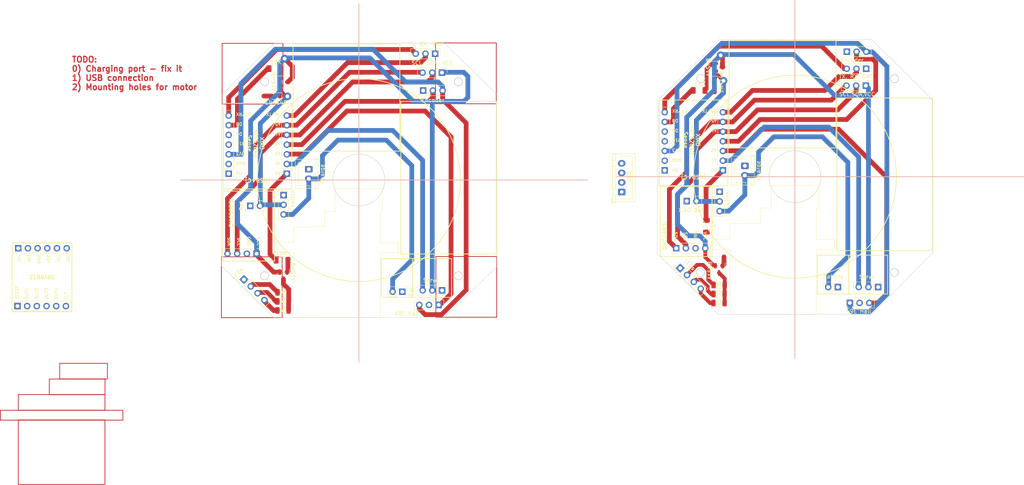
<source format=kicad_pcb>
(kicad_pcb (version 20221018) (generator pcbnew)
  (layers (0 "F.Cu" signal) (31 "B.Cu" signal) (34 "B.Paste" user) (35 "F.Paste" user) (36 "B.SilkS" user "B.Silkscreen") (37 "F.SilkS" user "F.Silkscreen") (38 "B.Mask" user) (39 "F.Mask" user) (44 "Edge.Cuts" user))
  (net 0 "")
  (net 1 "GND")
  (footprint "Package_TO_SOT_SMD:SOT-23" (layer "F.Cu") (at 93.697598 101.858019 -90)
    (fp_text reference "A1SHB")
    (fp_text value "SOT-23")
  )
  (footprint "Connector_PinHeader_2.54mm:PinHeader_1x02_P2.54mm_Vertical" (layer "F.Cu") (at 239.009232 104.866691 -90)
    (fp_text reference "Battery")
    (fp_text value "PinHeader_1x02_P2.54mm_Vertical")
  )
  (footprint "Package_TO_SOT_SMD:SOT-23" (layer "F.Cu") (at 207.858637 100.212426 -90)
    (fp_text reference "A1SHB")
    (fp_text value "SOT-23")
  )
  (footprint "Connector_PinHeader_2.54mm:PinHeader_1x03_P2.54mm_Vertical" (layer "F.Cu") (at 135.244445 48.670942 -90)
    (fp_text reference "REF**" hide)
    (fp_text value "SCL, SDA, VCC")
  )
  (footprint "Connector_PinHeader_2.54mm:PinHeader_1x04_P2.54mm_Vertical" (layer "F.Cu") (at 83.332258 102.893931 45)
    (fp_text reference "LEDs")
    (fp_text value "PinHeader_1x04_P2.54mm_Vertical")
  )
  (footprint "Resistor_SMD:R_1206_3216Metric_Pad1.30x1.75mm_HandSolder" (layer "F.Cu") (at 93.316174 97.835511 180)
    (fp_text reference "10K")
    (fp_text value "R1002")
  )
  (footprint "Connector_PinHeader_2.54mm:PinHeader_1x02_P2.54mm_Vertical" (layer "F.Cu") (at 199.398361 82.340169 90)
    (fp_text reference "XIAO Bat")
    (fp_text value "PinHeader_1x02_P2.54mm_Vertical")
  )
  (footprint "Connector_PinHeader_2.54mm:PinHeader_1x03_P2.54mm_Vertical" (layer "F.Cu") (at 242.158388 109.023398 90)
    (fp_text reference "49E Hall")
    (fp_text value "PinHeader_1x03_P2.54mm_Vertical")
  )
  (footprint "Connector_PinHeader_2.54mm:PinHeader_1x03_P2.54mm_Vertical" (layer "F.Cu") (at 241.363273 43.18 90)
    (fp_text reference "REF**" hide)
    (fp_text value "Encoder")
  )
  (footprint "Resistor_SMD:R_1206_3216Metric_Pad1.30x1.75mm_HandSolder" (layer "F.Cu") (at 91.44733 47.619203)
    (fp_text reference "10K")
    (fp_text value "R1002")
  )
  (footprint "Connector_PinHeader_2.54mm:PinHeader_1x07_P2.54mm_Vertical" (layer "F.Cu") (at 193.627863 74.283855 180)
    (fp_text reference "REF**" hide)
    (fp_text value "PinHeader_1x07_P2.54mm_Vertical" hide)
  )
  (footprint "Resistor_SMD:R_1206_3216Metric" (layer "F.Cu") (at 93.577144 108.616801)
    (fp_text reference "56")
    (fp_text value "R_1206_3216Metric")
  )
  (footprint "Connector_PinHeader_2.54mm:PinHeader_1x06_P2.54mm_Vertical" (layer "F.Cu") (at 23.989847 109.849631 90)
    (fp_text reference "REF**" hide)
    (fp_text value "PinHeader_1x06_P2.54mm_Vertical")
  )
  (footprint "Connector_PinHeader_2.54mm:PinHeader_1x03_P2.54mm_Vertical" (layer "F.Cu") (at 135.274843 105.733759 -90)
    (fp_text reference "Servo")
    (fp_text value "PinHeader_1x03_P2.54mm_Vertical")
  )
  (footprint "Resistor_SMD:R_1206_3216Metric_Pad1.30x1.75mm_HandSolder" (layer "F.Cu") (at 204.554652 88.920732 90)
    (fp_text reference "10K")
    (fp_text value "R1002")
  )
  (footprint "Connector_PinHeader_2.54mm:PinHeader_1x04_P2.54mm_Vertical" (layer "F.Cu") (at 196.628947 94.691481 90)
    (fp_text reference "QMC5883L")
    (fp_text value "PinHeader_1x04_P2.54mm_Vertical")
  )
  (footprint "Connector_PinHeader_2.54mm:PinHeader_1x06_P2.54mm_Vertical" (layer "F.Cu") (at 24.184489 94.689631 90)
    (fp_text reference "REF**" hide)
    (fp_text value "PinHeader_1x06_P2.54mm_Vertical")
  )
  (footprint "Connector_JST:JST_XH_B4B-XH-A_1x04_P2.50mm_Vertical" (layer "F.Cu") (at 182.355 79.95 90)
    (fp_text reference "USB")
    (fp_text value "JST_XH_B4B-XH-A_1x04_P2.50mm_Vertical")
  )
  (footprint "Connector_PinHeader_2.54mm:PinHeader_1x03_P2.54mm_Vertical" (layer "F.Cu") (at 208.015145 79.891422)
    (fp_text reference "switch")
    (fp_text value "PinHeader_1x03_P2.54mm_Vertical")
  )
  (footprint "Package_TO_SOT_SMD:SOT-23" (layer "F.Cu") (at 93.911702 51.12)
    (fp_text reference "A1SHB")
    (fp_text value "SOT-23")
  )
  (footprint "Connector_PinHeader_2.54mm:PinHeader_1x03_P2.54mm_Vertical" (layer "F.Cu") (at 246.417689 47.641843 -90)
    (fp_text reference "REF**" hide)
    (fp_text value "TX, RX, GND")
  )
  (footprint "Package_TO_SOT_SMD:SOT-23" (layer "F.Cu") (at 207.81605 47.253871)
    (fp_text reference "A1SHB")
    (fp_text value "SOT-23")
  )
  (footprint "Connector_PinHeader_2.54mm:PinHeader_1x03_P2.54mm_Vertical" (layer "F.Cu") (at 249.559295 104.858803 -90)
    (fp_text reference "Servo")
    (fp_text value "PinHeader_1x03_P2.54mm_Vertical")
  )
  (footprint "Connector_JST:JST_XH_B2B-XH-A_1x02_P2.50mm_Vertical" (layer "F.Cu") (at 214.621846 73.105044 -90)
    (fp_text reference "Charge")
    (fp_text value "Charger")
  )
  (footprint "Resistor_SMD:R_1206_3216Metric" (layer "F.Cu") (at 93.577144 110.987385)
    (fp_text reference "56")
    (fp_text value "R_1206_3216Metric")
  )
  (footprint "Connector_PinHeader_2.54mm:PinHeader_1x03_P2.54mm_Vertical" (layer "F.Cu") (at 133.454443 43.713814 -90)
    (fp_text reference "REF**" hide)
    (fp_text value "TX, RX, GND")
  )
  (footprint "Connector_PinHeader_2.54mm:PinHeader_1x03_P2.54mm_Vertical" (layer "F.Cu") (at 130.3201 53.364445 90)
    (fp_text reference "REF**" hide)
    (fp_text value "Encoder")
  )
  (footprint "Connector_PinHeader_2.54mm:PinHeader_1x07_P2.54mm_Vertical" (layer "F.Cu") (at 208.867863 74.283855 180)
    (fp_text reference "REF**" hide)
    (fp_text value "PinHeader_1x07_P2.54mm_Vertical" hide)
  )
  (footprint "Connector_PinHeader_2.54mm:PinHeader_1x07_P2.54mm_Vertical" (layer "F.Cu") (at 94.583411 75.158811 180)
    (fp_text reference "REF**" hide)
    (fp_text value "PinHeader_1x07_P2.54mm_Vertical" hide)
  )
  (footprint "Connector_PinHeader_2.54mm:PinHeader_1x03_P2.54mm_Vertical" (layer "F.Cu") (at 246.340419 52.084842 -90)
    (fp_text reference "REF**" hide)
    (fp_text value "SCL,SDA,VCC")
  )
  (footprint "Connector_JST:JST_XH_B2B-XH-A_1x02_P2.50mm_Vertical" (layer "F.Cu") (at 100.337394 73.98 -90)
    (fp_text reference "Charge")
    (fp_text value "Charger")
  )
  (footprint "Connector_PinHeader_2.54mm:PinHeader_1x02_P2.54mm_Vertical" (layer "F.Cu") (at 85.001891 83.584023 90)
    (fp_text reference "Bat")
    (fp_text value "PinHeader_1x02_P2.54mm_Vertical")
  )
  (footprint "Resistor_SMD:R_1206_3216Metric" (layer "F.Cu") (at 207.861596 109.050584)
    (fp_text reference "56")
    (fp_text value "R_1206_3216Metric")
  )
  (footprint "Connector_PinHeader_2.54mm:PinHeader_1x04_P2.54mm_Vertical" (layer "F.Cu") (at 86.654473 96.12674 -90)
    (fp_text reference "QMC5883L")
    (fp_text value "PinHeader_1x04_P2.54mm_Vertical")
  )
  (footprint "Resistor_SMD:R_1206_3216Metric_Pad1.30x1.75mm_HandSolder" (layer "F.Cu") (at 202.632569 53.338743)
    (fp_text reference "10K")
    (fp_text value "R1002")
  )
  (footprint "Connector_PinHeader_2.54mm:PinHeader_1x02_P2.54mm_Vertical" (layer "F.Cu") (at 124.853046 106.09145 -90)
    (fp_text reference "Bat")
    (fp_text value "PinHeader_1x02_P2.54mm_Vertical")
  )
  (footprint "Connector_PinHeader_2.54mm:PinHeader_1x04_P2.54mm_Vertical" (layer "F.Cu") (at 197.673227 99.915736 45)
    (fp_text reference "LEDs")
    (fp_text value "PinHeader_1x04_P2.54mm_Vertical")
  )
  (footprint "Connector_PinHeader_2.54mm:PinHeader_1x03_P2.54mm_Vertical" (layer "F.Cu") (at 134.38717 109.547652 -90)
    (fp_text reference "49E Hall")
    (fp_text value "PinHeader_1x03_P2.54mm_Vertical")
  )
  (footprint "Diode_SMD:D_SOD-323" (layer "F.Cu") (at 91.699733 54.806647 180)
    (fp_text reference "1N4148")
    (fp_text value "D_SOD-323")
  )
  (footprint "Resistor_SMD:R_1206_3216Metric" (layer "F.Cu") (at 207.89407 104.309415)
    (fp_text reference "56")
    (fp_text value "R_1206_3216Metric")
  )
  (footprint "Resistor_SMD:R_1206_3216Metric" (layer "F.Cu") (at 207.861596 106.68)
    (fp_text reference "56")
    (fp_text value "R_1206_3216Metric")
  )
  (footprint "Connector_PinHeader_2.54mm:PinHeader_1x07_P2.54mm_Vertical" (layer "F.Cu") (at 79.343411 75.158811 180)
    (fp_text reference "REF**" hide)
    (fp_text value "PinHeader_1x07_P2.54mm_Vertical" hide)
  )
  (footprint "Resistor_SMD:R_1206_3216Metric" (layer "F.Cu") (at 93.609618 106.246216)
    (fp_text reference "56")
    (fp_text value "R_1206_3216Metric")
  )
  (footprint "Connector_PinHeader_2.54mm:PinHeader_1x03_P2.54mm_Vertical" (layer "F.Cu") (at 93.730693 80.766378)
    (fp_text reference "switch")
    (fp_text value "PinHeader_1x03_P2.54mm_Vertical")
  )
  (footprint "Diode_SMD:D_SOD-323" (layer "F.Cu") (at 206.735185 51.228896 -90)
    (fp_text reference "1N4148")
    (fp_text value "D_SOD-323")
  )
  (gr_rect (start 35.056671 124.853043) (end 47.556671 128.953043) (stroke (width 0.2)) (fill none) (layer "F.Cu"))
  (gr_rect (start 133.541163 40.887969) (end 149.481163 56.827969) (stroke (width 0.2)) (fill none) (layer "F.Cu"))
  (gr_rect (start 32.332758 128.982028) (end 46.932758 133.082028) (stroke (width 0.2)) (fill none) (layer "F.Cu"))
  (gr_rect (start 24.21 133.06) (end 46.91 137.16) (stroke (width 0.2)) (fill none) (layer "F.Cu"))
  (gr_rect (start 19.51 137.16) (end 51.61 139.76) (stroke (width 0.2)) (fill none) (layer "F.Cu"))
  (gr_rect (start 77.637538 40.992462) (end 93.577538 56.932462) (stroke (width 0.2)) (fill none) (layer "F.Cu"))
  (gr_rect (start 77.428553 96.943479) (end 93.368553 112.883479) (stroke (width 0.2)) (fill none) (layer "F.Cu"))
  (gr_rect (start 133.645656 96.838986) (end 149.585656 112.778986) (stroke (width 0.2)) (fill none) (layer "F.Cu"))
  (gr_rect (start 24.21 139.7) (end 46.91 156.6) (stroke (width 0.2)) (fill none) (layer "F.Cu"))
  (gr_line (start 113.453833 30.608532) (end 113.453833 124.588532) (stroke (width 0.2)) (layer "B.SilkS"))
  (gr_line (start 66.727596 76.812568) (end 173.407596 76.812568) (stroke (width 0.2)) (layer "B.SilkS"))
  (gr_line (start 181.012048 75.937612) (end 287.692048 75.937612) (stroke (width 0.2)) (layer "B.SilkS"))
  (gr_line (start 227.738285 29.733576) (end 227.738285 123.713576) (stroke (width 0.2)) (layer "B.SilkS"))
  (gr_rect (start 192.182854 55.847073) (end 210.153318 78.290848) (stroke (width 0.2)) (fill none) (layer "F.SilkS"))
  (gr_rect (start 210.505761 40.266935) (end 238.492622 68.385524) (stroke (width 0.2)) (fill none) (layer "F.SilkS"))
  (gr_circle (center 227.738286 75.937612) (end 254.339549 75.937612) (stroke (width 0.2)) (fill none) (layer "F.SilkS"))
  (gr_rect (start 124.46 56.2) (end 149.46 96.2) (stroke (width 0.2)) (fill none) (layer "F.SilkS"))
  (gr_rect (start 119.395548 97.394956) (end 127.58645 107.554956) (stroke (width 0.2)) (fill none) (layer "F.SilkS"))
  (gr_rect (start 192.468398 78.524379) (end 206.022693 96.871265) (stroke (width 0.2)) (fill none) (layer "F.SilkS"))
  (gr_rect (start 22.586789 93.242481) (end 38.257136 111.350438) (stroke (width 0.2)) (fill none) (layer "F.SilkS"))
  (gr_poly (pts (xy 114.233681 70.057434) (xy 114.748494 70.136951) (xy 115.255708 70.255644) (xy 115.752349 70.412816) (xy 116.235501 70.607543) (xy 116.702329 70.838685) (xy 117.150093 71.104883) (xy 117.576167 71.404576) (xy 117.978049 71.736006) (xy 118.353381 72.097227) (xy 118.69996 72.486119) (xy 119.015754 72.900401) (xy 119.298907 73.337641) (xy 119.54776 73.795273) (xy 119.760851 74.270612) (xy 119.936929 74.760868) (xy 120.074963 75.263164) (xy 120.174141 75.774553) (xy 120.233881 76.292033) (xy 120.253834 76.812568) (xy 120.233881 77.333103) (xy 120.174141 77.850583) (xy 120.074963 78.361972) (xy 119.936929 78.864268) (xy 119.760851 79.354524) (xy 119.54776 79.829863) (xy 119.298907 80.287495) (xy 119.015754 80.724735) (xy 118.69996 81.139017) (xy 118.353381 81.527909) (xy 117.978049 81.88913) (xy 117.576167 82.22056) (xy 117.150093 82.520253) (xy 116.702329 82.786451) (xy 116.235501 83.017593) (xy 115.752349 83.21232) (xy 115.255708 83.369492) (xy 114.748494 83.488185) (xy 114.233681 83.567702) (xy 113.714293 83.607578) (xy 113.193375 83.607578) (xy 112.673987 83.567702) (xy 112.159174 83.488185) (xy 111.65196 83.369492) (xy 111.155319 83.21232) (xy 110.672167 83.017593) (xy 110.205339 82.786451) (xy 109.757575 82.520253) (xy 109.331501 82.22056) (xy 108.929619 81.88913) (xy 108.554287 81.527909) (xy 108.207708 81.139017) (xy 107.891914 80.724735) (xy 107.608761 80.287495) (xy 107.359908 79.829863) (xy 107.146817 79.354524) (xy 106.970739 78.864268) (xy 106.832705 78.361972) (xy 106.733527 77.850583) (xy 106.673787 77.333103) (xy 106.653834 76.812568) (xy 106.673787 76.292033) (xy 106.733527 75.774553) (xy 106.832705 75.263164) (xy 106.970739 74.760868) (xy 107.146817 74.270612) (xy 107.359908 73.795273) (xy 107.608761 73.337641) (xy 107.891914 72.900401) (xy 108.207708 72.486119) (xy 108.554287 72.097227) (xy 108.929619 71.736006) (xy 109.331501 71.404576) (xy 109.757575 71.104883) (xy 110.205339 70.838685) (xy 110.672167 70.607543) (xy 111.155319 70.412816) (xy 111.65196 70.255644) (xy 112.159174 70.136951) (xy 112.673987 70.057434) (xy 113.193375 70.017558) (xy 113.714293 70.017558)) (stroke (width 0.1)) (fill none) (layer "F.SilkS"))
  (gr_circle (center 113.453834 76.812568) (end 140.055097 76.812568) (stroke (width 0.2)) (fill none) (layer "F.SilkS"))
  (gr_rect (start 77.898402 56.722029) (end 95.868866 79.165804) (stroke (width 0.2)) (fill none) (layer "F.SilkS"))
  (gr_rect (start 127.58645 97.394956) (end 137.74645 107.554956) (stroke (width 0.2)) (fill none) (layer "F.SilkS"))
  (gr_rect (start 77.826357 79.713865) (end 91.380652 98.060751) (stroke (width 0.2)) (fill none) (layer "F.SilkS"))
  (gr_rect (start 241.870902 96.52) (end 252.030902 106.68) (stroke (width 0.2)) (fill none) (layer "F.SilkS"))
  (gr_poly (pts (xy 119.090089 112.855867) (xy 119.097551 95.86299) (xy 123.778704 95.845078) (xy 123.778704 93.245078) (xy 119.078704 93.245078) (xy 119.101462 85.067106) (xy 119.725375 85.038121) (xy 119.725375 80.938121) (xy 119.730224 80.914235) (xy 119.74184 79.042429) (xy 107.225375 79.06) (xy 107.225375 85.038121) (xy 104.518698 85.028621) (xy 104.518698 89.033716) (xy 96.378704 89.145078) (xy 96.378704 93.245078) (xy 91.678704 93.245078) (xy 91.678704 95.845078) (xy 96.415366 95.833064) (xy 96.333609 112.862509)) (stroke (width 0.1)) (fill none) (layer "F.SilkS"))
  (gr_poly (pts (xy 228.518133 69.182478) (xy 229.032946 69.261995) (xy 229.54016 69.380688) (xy 230.036801 69.53786) (xy 230.519953 69.732587) (xy 230.986781 69.963729) (xy 231.434545 70.229927) (xy 231.860619 70.52962) (xy 232.262501 70.86105) (xy 232.637833 71.222271) (xy 232.984412 71.611163) (xy 233.300206 72.025445) (xy 233.583359 72.462685) (xy 233.832212 72.920317) (xy 234.045303 73.395656) (xy 234.221381 73.885912) (xy 234.359415 74.388208) (xy 234.458593 74.899597) (xy 234.518333 75.417077) (xy 234.538286 75.937612) (xy 234.518333 76.458147) (xy 234.458593 76.975627) (xy 234.359415 77.487016) (xy 234.221381 77.989312) (xy 234.045303 78.479568) (xy 233.832212 78.954907) (xy 233.583359 79.412539) (xy 233.300206 79.849779) (xy 232.984412 80.264061) (xy 232.637833 80.652953) (xy 232.262501 81.014174) (xy 231.860619 81.345604) (xy 231.434545 81.645297) (xy 230.986781 81.911495) (xy 230.519953 82.142637) (xy 230.036801 82.337364) (xy 229.54016 82.494536) (xy 229.032946 82.613229) (xy 228.518133 82.692746) (xy 227.998745 82.732622) (xy 227.477827 82.732622) (xy 226.958439 82.692746) (xy 226.443626 82.613229) (xy 225.936412 82.494536) (xy 225.439771 82.337364) (xy 224.956619 82.142637) (xy 224.489791 81.911495) (xy 224.042027 81.645297) (xy 223.615953 81.345604) (xy 223.214071 81.014174) (xy 222.838739 80.652953) (xy 222.49216 80.264061) (xy 222.176366 79.849779) (xy 221.893213 79.412539) (xy 221.64436 78.954907) (xy 221.431269 78.479568) (xy 221.255191 77.989312) (xy 221.117157 77.487016) (xy 221.017979 76.975627) (xy 220.958239 76.458147) (xy 220.938286 75.937612) (xy 220.958239 75.417077) (xy 221.017979 74.899597) (xy 221.117157 74.388208) (xy 221.255191 73.885912) (xy 221.431269 73.395656) (xy 221.64436 72.920317) (xy 221.893213 72.462685) (xy 222.176366 72.025445) (xy 222.49216 71.611163) (xy 222.838739 71.222271) (xy 223.214071 70.86105) (xy 223.615953 70.52962) (xy 224.042027 70.229927) (xy 224.489791 69.963729) (xy 224.956619 69.732587) (xy 225.439771 69.53786) (xy 225.936412 69.380688) (xy 226.443626 69.261995) (xy 226.958439 69.182478) (xy 227.477827 69.142602) (xy 227.998745 69.142602)) (stroke (width 0.1)) (fill none) (layer "F.SilkS"))
  (gr_rect (start 238.744452 55.325044) (end 263.744452 95.325044) (stroke (width 0.2)) (fill none) (layer "F.SilkS"))
  (gr_rect (start 96.221309 41.141891) (end 124.20817 69.26048) (stroke (width 0.2)) (fill none) (layer "F.SilkS"))
  (gr_rect (start 233.68 96.52) (end 241.870902 106.68) (stroke (width 0.2)) (fill none) (layer "F.SilkS"))
  (gr_poly (pts (xy 233.374541 111.980911) (xy 233.382003 94.988034) (xy 238.063156 94.970122) (xy 238.063156 92.370122) (xy 233.363156 92.370122) (xy 233.385914 84.19215) (xy 234.009827 84.163165) (xy 234.009827 80.063165) (xy 234.014676 80.039279) (xy 234.026292 78.167473) (xy 221.509827 78.185044) (xy 221.509827 84.163165) (xy 218.80315 84.153665) (xy 218.80315 88.15876) (xy 210.663156 88.270122) (xy 210.663156 92.370122) (xy 205.963156 92.370122) (xy 205.963156 94.970122) (xy 210.699818 94.958108) (xy 210.618061 111.987553)) (stroke (width 0.1)) (fill none) (layer "F.SilkS"))
  (gr_poly (pts (xy 114.233681 70.057434) (xy 114.748494 70.136951) (xy 115.255708 70.255644) (xy 115.752349 70.412816) (xy 116.235501 70.607543) (xy 116.702329 70.838685) (xy 117.150093 71.104883) (xy 117.576167 71.404576) (xy 117.978049 71.736006) (xy 118.353381 72.097227) (xy 118.69996 72.486119) (xy 119.015754 72.900401) (xy 119.298907 73.337641) (xy 119.54776 73.795273) (xy 119.760851 74.270612) (xy 119.936929 74.760868) (xy 120.074963 75.263164) (xy 120.174141 75.774553) (xy 120.233881 76.292033) (xy 120.253834 76.812568) (xy 120.233881 77.333103) (xy 120.174141 77.850583) (xy 120.074963 78.361972) (xy 119.936929 78.864268) (xy 119.760851 79.354524) (xy 119.54776 79.829863) (xy 119.298907 80.287495) (xy 119.015754 80.724735) (xy 118.69996 81.139017) (xy 118.353381 81.527909) (xy 117.978049 81.88913) (xy 117.576167 82.22056) (xy 117.150093 82.520253) (xy 116.702329 82.786451) (xy 116.235501 83.017593) (xy 115.752349 83.21232) (xy 115.255708 83.369492) (xy 114.748494 83.488185) (xy 114.233681 83.567702) (xy 113.714293 83.607578) (xy 113.193375 83.607578) (xy 112.673987 83.567702) (xy 112.159174 83.488185) (xy 111.65196 83.369492) (xy 111.155319 83.21232) (xy 110.672167 83.017593) (xy 110.205339 82.786451) (xy 109.757575 82.520253) (xy 109.331501 82.22056) (xy 108.929619 81.88913) (xy 108.554287 81.527909) (xy 108.207708 81.139017) (xy 107.891914 80.724735) (xy 107.608761 80.287495) (xy 107.359908 79.829863) (xy 107.146817 79.354524) (xy 106.970739 78.864268) (xy 106.832705 78.361972) (xy 106.733527 77.850583) (xy 106.673787 77.333103) (xy 106.653834 76.812568) (xy 106.673787 76.292033) (xy 106.733527 75.774553) (xy 106.832705 75.263164) (xy 106.970739 74.760868) (xy 107.146817 74.270612) (xy 107.359908 73.795273) (xy 107.608761 73.337641) (xy 107.891914 72.900401) (xy 108.207708 72.486119) (xy 108.554287 72.097227) (xy 108.929619 71.736006) (xy 109.331501 71.404576) (xy 109.757575 71.104883) (xy 110.205339 70.838685) (xy 110.672167 70.607543) (xy 111.155319 70.412816) (xy 111.65196 70.255644) (xy 112.159174 70.136951) (xy 112.673987 70.057434) (xy 113.193375 70.017558) (xy 113.714293 70.017558)) (stroke (width 0.1)) (fill none) (layer "Edge.Cuts"))
  (gr_circle (center 139.562604 101.902533) (end 140.620596 101.902533) (stroke (width 0.2)) (fill none) (layer "Edge.Cuts"))
  (gr_poly (pts (xy 149.584479 54.373927) (xy 149.657764 99.447212) (xy 135.915065 112.866553) (xy 91.130033 112.866553) (xy 77.387334 99.285533) (xy 77.584479 54.373927) (xy 91.28954 40.96) (xy 135.897394 40.96)) (stroke (width 0.1)) (fill none) (layer "Edge.Cuts"))
  (gr_circle (center 253.847056 101.027577) (end 254.905048 101.027577) (stroke (width 0.2)) (fill none) (layer "Edge.Cuts"))
  (gr_circle (center 139.550413 51.103081) (end 140.608405 51.103081) (stroke (width 0.2)) (fill none) (layer "Edge.Cuts"))
  (gr_circle (center 203.03897 101.025815) (end 204.096962 101.025815) (stroke (width 0.2)) (fill none) (layer "Edge.Cuts"))
  (gr_poly (pts (xy 263.868931 55.88) (xy 263.923525 95.806781) (xy 247.910239 111.968338) (xy 207.613783 111.976836) (xy 191.69433 96.086327) (xy 191.868931 55.88) (xy 207.831016 40.082581) (xy 247.876575 39.992523)) (stroke (width 0.1)) (fill none) (layer "Edge.Cuts"))
  (gr_circle (center 203.045966 50.212755) (end 204.103958 50.212755) (stroke (width 0.2)) (fill none) (layer "Edge.Cuts"))
  (gr_circle (center 88.754518 101.900771) (end 89.81251 101.900771) (stroke (width 0.2)) (fill none) (layer "Edge.Cuts"))
  (gr_poly (pts (xy 228.518133 69.182478) (xy 229.032946 69.261995) (xy 229.54016 69.380688) (xy 230.036801 69.53786) (xy 230.519953 69.732587) (xy 230.986781 69.963729) (xy 231.434545 70.229927) (xy 231.860619 70.52962) (xy 232.262501 70.86105) (xy 232.637833 71.222271) (xy 232.984412 71.611163) (xy 233.300206 72.025445) (xy 233.583359 72.462685) (xy 233.832212 72.920317) (xy 234.045303 73.395656) (xy 234.221381 73.885912) (xy 234.359415 74.388208) (xy 234.458593 74.899597) (xy 234.518333 75.417077) (xy 234.538286 75.937612) (xy 234.518333 76.458147) (xy 234.458593 76.975627) (xy 234.359415 77.487016) (xy 234.221381 77.989312) (xy 234.045303 78.479568) (xy 233.832212 78.954907) (xy 233.583359 79.412539) (xy 233.300206 79.849779) (xy 232.984412 80.264061) (xy 232.637833 80.652953) (xy 232.262501 81.014174) (xy 231.860619 81.345604) (xy 231.434545 81.645297) (xy 230.986781 81.911495) (xy 230.519953 82.142637) (xy 230.036801 82.337364) (xy 229.54016 82.494536) (xy 229.032946 82.613229) (xy 228.518133 82.692746) (xy 227.998745 82.732622) (xy 227.477827 82.732622) (xy 226.958439 82.692746) (xy 226.443626 82.613229) (xy 225.936412 82.494536) (xy 225.439771 82.337364) (xy 224.956619 82.142637) (xy 224.489791 81.911495) (xy 224.042027 81.645297) (xy 223.615953 81.345604) (xy 223.214071 81.014174) (xy 222.838739 80.652953) (xy 222.49216 80.264061) (xy 222.176366 79.849779) (xy 221.893213 79.412539) (xy 221.64436 78.954907) (xy 221.431269 78.479568) (xy 221.255191 77.989312) (xy 221.117157 77.487016) (xy 221.017979 76.975627) (xy 220.958239 76.458147) (xy 220.938286 75.937612) (xy 220.958239 75.417077) (xy 221.017979 74.899597) (xy 221.117157 74.388208) (xy 221.255191 73.885912) (xy 221.431269 73.395656) (xy 221.64436 72.920317) (xy 221.893213 72.462685) (xy 222.176366 72.025445) (xy 222.49216 71.611163) (xy 222.838739 71.222271) (xy 223.214071 70.86105) (xy 223.615953 70.52962) (xy 224.042027 70.229927) (xy 224.489791 69.963729) (xy 224.956619 69.732587) (xy 225.439771 69.53786) (xy 225.936412 69.380688) (xy 226.443626 69.261995) (xy 226.958439 69.182478) (xy 227.477827 69.142602) (xy 227.998745 69.142602)) (stroke (width 0.1)) (fill none) (layer "Edge.Cuts"))
  (gr_circle (center 88.761514 51.087711) (end 89.819506 51.087711) (stroke (width 0.2)) (fill none) (layer "Edge.Cuts"))
  (gr_circle (center 253.834865 50.228125) (end 254.892857 50.228125) (stroke (width 0.2)) (fill none) (layer "Edge.Cuts"))
  (gr_text "TODO:\n0) Charging port - fix it\n1) USB connection\n2) Mounting holes for motor" (at 38.1 53.34) (layer "F.Cu") (effects (font (size 1.5 1.5) (thickness 0.3) bold) (justify left bottom)))
  (gr_text "5V\n\nGND\n\n3V3\n\nD10\n\nD9\n\nD8\n\nD7/RX" (at 195.493186 58.206591 180) (layer "F.SilkS") (effects (font (size 0.8 0.8)) (justify right bottom)))
  (gr_text "A0\n\nA1\n\nA2\n\nA3\n\nA4\n\nA5\n\nD6/TX" (at 93.048553 59.081547 180) (layer "F.SilkS") (effects (font (size 0.8 0.8)) (justify left bottom)))
  (gr_text "VCC\n\nGND\n\nSCL\n\nSDA" (at 196.004495 92.753254 -90) (layer "F.SilkS") (effects (font (size 0.8 0.8)) (justify right bottom)))
  (gr_text "VCC\n\nGND\n\nSCL\n\nSDA" (at 78.983928 94.17244 -90) (layer "F.SilkS") (effects (font (size 0.8 0.8)) (justify right bottom)))
  (gr_text "XIAO\nnRF52840\nSense" (at 198.511179 66.31827 -90) (layer "F.SilkS") (effects (font (size 1 1) (thickness 0.2) bold) (justify bottom)))
  (gr_text "XIAO\nnRF52840\nSense" (at 84.226727 67.193226 -90) (layer "F.SilkS") (effects (font (size 1 1) (thickness 0.2) bold) (justify bottom)))
  (gr_text "A0\n\nA1\n\nA2\n\nA3\n\nA4\n\nA5\n\nD6/TX" (at 207.333005 58.206591 180) (layer "F.SilkS") (effects (font (size 0.8 0.8)) (justify left bottom)))
  (gr_text "[USB-C]" (at 86.88831 76.292437 180) (layer "F.SilkS") (effects (font (size 1 1) (thickness 0.2) bold) (justify bottom)))
  (gr_text "DRV8833" (at 30.48 101.6 180) (layer "F.SilkS") (effects (font (size 1 1) (thickness 0.2) bold) (justify bottom)))
  (gr_text "[USB-C]" (at 201.172762 75.417481 180) (layer "F.SilkS") (effects (font (size 1 1) (thickness 0.2) bold) (justify bottom)))
  (gr_text "SLEEP\n\nOUT1\n\nOUT2\n\nOUT3\n\nOUT4\n\nVLT" (at 37.212446 108.216369 90) (layer "F.SilkS") (effects (font (size 0.8 0.8)) (justify left bottom)))
  (gr_text "5V\n\nGND\n\n3V3\n\nD10\n\nD9\n\nD8\n\nD7/RX" (at 81.208734 59.081547 180) (layer "F.SilkS") (effects (font (size 0.8 0.8)) (justify right bottom)))
  (gr_text "IN4\n\nIN3\n\nGND\n\nVCC\n\nIN2\n\nIN1" (at 37.792829 96.260474 90) (layer "F.SilkS") (effects (font (size 0.8 0.8)) (justify right bottom)))
  (segment (start 95.072118 105.469206) (end 95.072118 106.246216) (width 1.25) (layer "F.Cu") (net 0))
  (segment (start 85.128309 104.689982) (end 85.613372 104.204919) (width 1.25) (layer "F.Cu") (net 0))
  (segment (start 129.607797 46.04) (end 110.497394 46.04) (width 1.25) (layer "F.Cu") (net 0))
  (segment (start 90.105821 104.204919) (end 92.147118 106.246216) (width 1.25) (layer "F.Cu") (net 0))
  (segment (start 243.800419 53.600838) (end 243.800419 52.084842) (width 1.25) (layer "F.Cu") (net 0))
  (segment (start 195.383035 61.583855) (end 195.919903 61.046987) (width 1.25) (layer "F.Cu") (net 0))
  (segment (start 94.005024 44.994262) (end 96.011094 47.000332) (width 1.25) (layer "F.Cu") (net 0))
  (segment (start 248.92 45.923069) (end 248.127514 45.130583) (width 1.25) (layer "F.Cu") (net 0))
  (segment (start 79.343411 55.176441) (end 91.907502 42.61235) (width 1.25) (layer "F.Cu") (net 0))
  (segment (start 207.803709 41.737394) (end 234.777394 41.737394) (width 1.25) (layer "F.Cu") (net 0))
  (segment (start 87.637394 69.846947) (end 87.637394 76.52) (width 1.25) (layer "F.Cu") (net 0))
  (segment (start 92.974202 52.07) (end 92.974202 53.66) (width 1.25) (layer "F.Cu") (net 0))
  (segment (start 81.635451 55.571943) (end 89.588191 47.619203) (width 1.25) (layer "F.Cu") (net 0))
  (segment (start 94.583411 64.998811) (end 97.960067 64.998811) (width 1.25) (layer "F.Cu") (net 0))
  (segment (start 209.040358 61.75635) (end 208.867863 61.583855) (width 1.25) (layer "F.Cu") (net 0))
  (segment (start 243.877689 48.638623) (end 242.813144 49.703168) (width 1.25) (layer "F.Cu") (net 0))
  (segment (start 208.918296 69.153422) (end 208.867863 69.203855) (width 1.25) (layer "F.Cu") (net 0))
  (segment (start 94.583411 62.458811) (end 91.538583 62.458811) (width 1.25) (layer "F.Cu") (net 0))
  (segment (start 194.84612 79.272406) (end 194.84612 92.908654) (width 1.25) (layer "F.Cu") (net 0))
  (segment (start 249.47524 109.023398) (end 251.785378 106.71326) (width 1.25) (layer "F.Cu") (net 0))
  (segment (start 130.073503 48.58) (end 130.164445 48.670942) (width 1.25) (layer "F.Cu") (net 0))
  (segment (start 242.813144 49.703168) (end 239.259857 49.703168) (width 1.25) (layer "F.Cu") (net 0))
  (segment (start 244.098255 45.130583) (end 243.903273 44.935601) (width 1.25) (layer "F.Cu") (net 0))
  (segment (start 194.84612 92.908654) (end 196.628947 94.691481) (width 1.25) (layer "F.Cu") (net 0))
  (segment (start 241.094056 52.084842) (end 241.260419 52.084842) (width 1.25) (layer "F.Cu") (net 0))
  (segment (start 94.583411 62.458811) (end 97.143554 62.458811) (width 1.25) (layer "F.Cu") (net 0))
  (segment (start 193.627863 61.583855) (end 195.383035 61.583855) (width 1.25) (layer "F.Cu") (net 0))
  (segment (start 96.618583 59.918811) (end 94.583411 59.918811) (width 1.25) (layer "F.Cu") (net 0))
  (segment (start 206.769982 64.123855) (end 201.921846 68.971991) (width 1.25) (layer "F.Cu") (net 0))
  (segment (start 131.781986 56.2) (end 109.810253 56.2) (width 1.25) (layer "F.Cu") (net 0))
  (segment (start 87.637394 76.52) (end 81.574473 82.582921) (width 1.25) (layer "F.Cu") (net 0))
  (segment (start 205.823035 61.583855) (end 199.381846 68.025044) (width 1.25) (layer "F.Cu") (net 0))
  (segment (start 97.143554 62.458811) (end 111.022365 48.58) (width 1.25) (layer "F.Cu") (net 0))
  (segment (start 199.381846 68.025044) (end 199.381846 74.73668) (width 1.25) (layer "F.Cu") (net 0))
  (segment (start 94.755906 62.631306) (end 94.583411 62.458811) (width 1.25) (layer "F.Cu") (net 0))
  (segment (start 243.903273 44.935601) (end 243.903273 43.18) (width 1.25) (layer "F.Cu") (net 0))
  (segment (start 201.921846 68.971991) (end 201.921846 75.645044) (width 1.25) (layer "F.Cu") (net 0))
  (segment (start 90.177394 96.246731) (end 91.766174 97.835511) (width 1.25) (layer "F.Cu") (net 0))
  (segment (start 208.867863 61.583855) (end 205.823035 61.583855) (width 1.25) (layer "F.Cu") (net 0))
  (segment (start 89.390522 106.288525) (end 91.718798 108.616801) (width 1.25) (layer "F.Cu") (net 0))
  (segment (start 131.458476 51.12) (end 132.704445 49.874031) (width 1.25) (layer "F.Cu") (net 0))
  (segment (start 86.654473 96.461022) (end 91.145913 100.952462) (width 1.25) (layer "F.Cu") (net 0))
  (segment (start 132.704445 49.874031) (end 132.704445 48.670942) (width 1.25) (layer "F.Cu") (net 0))
  (segment (start 201.820194 102.952973) (end 203.107338 102.952973) (width 1) (layer "F.Cu") (net 0))
  (segment (start 206.494415 99.274926) (end 204.248947 97.029458) (width 1) (layer "F.Cu") (net 0))
  (segment (start 92.715655 100.952462) (end 92.747598 100.920519) (width 1.25) (layer "F.Cu") (net 0))
  (segment (start 196.991884 80.575006) (end 196.991884 91.56361) (width 1.25) (layer "F.Cu") (net 0))
  (segment (start 88.720412 108.605322) (end 91.102475 110.987385) (width 1.25) (layer "F.Cu") (net 0))
  (segment (start 234.777394 41.737394) (end 240.681843 47.641843) (width 1.25) (layer "F.Cu") (net 0))
  (segment (start 206.010876 46.303871) (end 204.605193 47.709554) (width 1) (layer "F.Cu") (net 0))
  (segment (start 201.265329 103.507838) (end 201.820194 102.952973) (width 1) (layer "F.Cu") (net 0))
  (segment (start 86.92436 106.486033) (end 87.121868 106.288525) (width 1.25) (layer "F.Cu") (net 0))
  (segment (start 199.469278 101.711787) (end 202.121065 99.06) (width 1) (layer "F.Cu") (net 0))
  (segment (start 209.324096 109.050584) (end 209.324096 106.68) (width 1) (layer "F.Cu") (net 0))
  (segment (start 81.574473 82.582921) (end 81.574473 96.12674) (width 1.25) (layer "F.Cu") (net 0))
  (segment (start 235.623025 53.34) (end 216.60689 53.34) (width 1.25) (layer "F.Cu") (net 0))
  (segment (start 206.87855 48.203871) (end 206.87855 48.649302) (width 1) (layer "F.Cu") (net 0))
  (segment (start 241.3 60.96) (end 248.92 53.34) (width 1.25) (layer "F.Cu") (net 0))
  (segment (start 141.583498 105.61072) (end 141.583498 61.886104) (width 1.25) (layer "F.Cu") (net 0))
  (segment (start 193.627863 59.043855) (end 193.627863 55.91324) (width 1.25) (layer "F.Cu") (net 0))
  (segment (start 217.948374 58.42) (end 238.981257 58.42) (width 1.25) (layer "F.Cu") (net 0))
  (segment (start 137.623461 106.613814) (end 134.689623 109.547652) (width 1.25) (layer "F.Cu") (net 0))
  (segment (start 208.289476 44.119306) (end 208.75355 44.58338) (width 1.25) (layer "F.Cu") (net 0))
  (segment (start 95.072118 106.246216) (end 95.072118 108.584327) (width 1.25) (layer "F.Cu") (net 0))
  (segment (start 240.681843 47.641843) (end 241.337689 47.641843) (width 1.25) (layer "F.Cu") (net 0))
  (segment (start 137.623461 65.546067) (end 137.623461 106.613814) (width 1.25) (layer "F.Cu") (net 0))
  (segment (start 248.127514 45.130583) (end 244.098255 45.130583) (width 1.25) (layer "F.Cu") (net 0))
  (segment (start 130.817394 112.08) (end 135.114218 112.08) (width 1.25) (layer "F.Cu") (net 0))
  (segment (start 209.150626 98.932937) (end 208.808637 99.274926) (width 1.25) (layer "F.Cu") (net 0))
  (segment (start 239.259857 49.703168) (end 235.623025 53.34) (width 1.25) (layer "F.Cu") (net 0))
  (segment (start 212.915053 66.663855) (end 218.618908 60.96) (width 1.25) (layer "F.Cu") (net 0))
  (segment (start 92.48553 64.998811) (end 87.637394 69.846947) (width 1.25) (layer "F.Cu") (net 0))
  (segment (start 91.718798 108.616801) (end 92.114644 108.616801) (width 1.25) (layer "F.Cu") (net 0))
  (segment (start 208.75355 44.58338) (end 208.75355 47.253871) (width 1.25) (layer "F.Cu") (net 0))
  (segment (start 91.538583 62.458811) (end 85.097394 68.9) (width 1.25) (layer "F.Cu") (net 0))
  (segment (start 81.098583 62.458811) (end 81.635451 61.921943) (width 1.25) (layer "F.Cu") (net 0))
  (segment (start 98.471442 67.538811) (end 94.583411 67.538811) (width 1.25) (layer "F.Cu") (net 0))
  (segment (start 92.974202 47.642331) (end 92.99733 47.619203) (width 1.25) (layer "F.Cu") (net 0))
  (segment (start 94.866174 97.835511) (end 94.866174 100.701943) (width 1.25) (layer "F.Cu") (net 0))
  (segment (start 251.785378 106.71326) (end 251.785378 76.081628) (width 1.25) (layer "F.Cu") (net 0))
  (segment (start 94.583411 75.158811) (end 90.177394 79.564828) (width 1.25) (layer "F.Cu") (net 0))
  (segment (start 109.810253 56.2) (end 98.471442 67.538811) (width 1.25) (layer "F.Cu") (net 0))
  (segment (start 212.244519 64.123855) (end 217.948374 58.42) (width 1.25) (layer "F.Cu") (net 0))
  (segment (start 247.238388 109.023398) (end 249.47524 109.023398) (width 1.25) (layer "F.Cu") (net 0))
  (segment (start 216.60689 53.34) (end 210.903035 59.043855) (width 1.25) (layer "F.Cu") (net 0))
  (segment (start 211.428006 61.583855) (end 217.131861 55.88) (width 1.25) (layer "F.Cu") (net 0))
  (segment (start 205.542719 109.050584) (end 206.399096 109.050584) (width 1) (layer "F.Cu") (net 0))
  (segment (start 209.324096 104.341889) (end 209.35657 104.309415) (width 1) (layer "F.Cu") (net 0))
  (segment (start 208.867863 74.283855) (end 204.461846 78.689872) (width 1.25) (layer "F.Cu") (net 0))
  (segment (start 218.971125 63.5) (end 213.317703 69.153422) (width 1.25) (layer "F.Cu") (net 0))
  (segment (start 91.145913 100.952462) (end 92.715655 100.952462) (width 1.25) (layer "F.Cu") (net 0))
  (segment (start 208.867863 64.123855) (end 206.769982 64.123855) (width 1.25) (layer "F.Cu") (net 0))
  (segment (start 94.866174 100.701943) (end 94.647598 100.920519) (width 1.25) (layer "F.Cu") (net 0))
  (segment (start 206.87855 50.035531) (end 206.735185 50.178896) (width 1) (layer "F.Cu") (net 0))
  (segment (start 205.046736 102.924581) (end 206.43157 104.309415) (width 1) (layer "F.Cu") (net 0))
  (segment (start 93.697598 104.094686) (end 95.072118 105.469206) (width 1.25) (layer "F.Cu") (net 0))
  (segment (start 199.168947 93.740673) (end 199.168947 94.691481) (width 1.25) (layer "F.Cu") (net 0))
  (segment (start 248.92 53.34) (end 248.92 45.923069) (width 1.25) (layer "F.Cu") (net 0))
  (segment (start 95.039644 108.616801) (end 95.039644 110.987385) (width 1.25) (layer "F.Cu") (net 0))
  (segment (start 209.324096 106.68) (end 209.324096 104.341889) (width 1) (layer "F.Cu") (net 0))
  (segment (start 206.87855 46.303871) (end 206.010876 46.303871) (width 1) (layer "F.Cu") (net 0))
  (segment (start 205.046736 100.470859) (end 205.046736 102.924581) (width 1) (layer "F.Cu") (net 0))
  (segment (start 92.974202 53.66) (end 92.974202 54.582178) (width 1.25) (layer "F.Cu") (net 0))
  (segment (start 94.583411 64.998811) (end 92.48553 64.998811) (width 1.25) (layer "F.Cu") (net 0))
  (segment (start 251.785378 76.081628) (end 239.20375 63.5) (width 1.25) (layer "F.Cu") (net 0))
  (segment (start 87.121868 106.288525) (end 89.390522 106.288525) (width 1.25) (layer "F.Cu") (net 0))
  (segment (start 204.461846 87.277926) (end 204.554652 87.370732) (width 1.25) (layer "F.Cu") (net 0))
  (segment (start 96.011094 47.000332) (end 96.011094 49.958108) (width 1.25) (layer "F.Cu") (net 0))
  (segment (start 204.891793 105.799066) (end 205.772727 106.68) (width 1) (layer "F.Cu") (net 0))
  (segment (start 92.974202 50.17) (end 92.974202 47.642331) (width 1.25) (layer "F.Cu") (net 0))
  (segment (start 129.30717 110.569776) (end 130.817394 112.08) (width 1.25) (layer "F.Cu") (net 0))
  (segment (start 141.583498 61.886104) (end 135.4001 55.702706) (width 1.25) (layer "F.Cu") (net 0))
  (segment (start 203.107338 102.952973) (end 204.891793 104.737428) (width 1) (layer "F.Cu") (net 0))
  (segment (start 97.960067 64.998811) (end 111.838878 51.12) (width 1.25) (layer "F.Cu") (net 0))
  (segment (start 92.974202 54.582178) (end 92.749733 54.806647) (width 1.25) (layer "F.Cu") (net 0))
  (segment (start 110.497394 46.04) (end 96.618583 59.918811) (width 1.25) (layer "F.Cu") (net 0))
  (segment (start 195.919903 58.080097) (end 200.661257 53.338743) (width 1.25) (layer "F.Cu") (net 0))
  (segment (start 99.033251 70.028378) (end 110.321629 58.74) (width 1.25) (layer "F.Cu") (net 0))
  (segment (start 94.583411 70.078811) (end 94.633844 70.028378) (width 1.25) (layer "F.Cu") (net 0))
  (segment (start 199.381846 74.73668) (end 194.84612 79.272406) (width 1.25) (layer "F.Cu") (net 0))
  (segment (start 91.907502 42.61235) (end 127.272979 42.61235) (width 1.25) (layer "F.Cu") (net 0))
  (segment (start 94.744796 54.892494) (end 94.206696 54.892494) (width 1.25) (layer "F.Cu") (net 0))
  (segment (start 213.317703 69.153422) (end 208.918296 69.153422) (width 1.25) (layer "F.Cu") (net 0))
  (segment (start 209.35657 102.647859) (end 207.858637 101.149926) (width 1) (layer "F.Cu") (net 0))
  (segment (start 209.35657 104.309415) (end 209.35657 102.647859) (width 1) (layer "F.Cu") (net 0))
  (segment (start 205.772727 106.68) (end 206.399096 106.68) (width 1) (layer "F.Cu") (net 0))
  (segment (start 217.131861 55.88) (end 237.298898 55.88) (width 1.25) (layer "F.Cu") (net 0))
  (segment (start 204.461846 78.689872) (end 204.461846 87.277926) (width 1.25) (layer "F.Cu") (net 0))
  (segment (start 88.720412 108.282085) (end 88.720412 108.605322) (width 1.25) (layer "F.Cu") (net 0))
  (segment (start 202.121065 99.06) (end 203.635877 99.06) (width 1) (layer "F.Cu") (net 0))
  (segment (start 86.654473 96.12674) (end 86.654473 96.461022) (width 1.25) (layer "F.Cu") (net 0))
  (segment (start 200.661257 53.338743) (end 201.082569 53.338743) (width 1.25) (layer "F.Cu") (net 0))
  (segment (start 208.867863 64.123855) (end 212.244519 64.123855) (width 1.25) (layer "F.Cu") (net 0))
  (segment (start 130.914443 43.713814) (end 130.914443 44.733354) (width 1.25) (layer "F.Cu") (net 0))
  (segment (start 132.8601 55.121886) (end 131.781986 56.2) (width 1.25) (layer "F.Cu") (net 0))
  (segment (start 238.981257 58.42) (end 243.800419 53.600838) (width 1.25) (layer "F.Cu") (net 0))
  (segment (start 130.914443 44.733354) (end 129.607797 46.04) (width 1.25) (layer "F.Cu") (net 0))
  (segment (start 135.4001 55.702706) (end 135.4001 53.364445) (width 1.25) (layer "F.Cu") (net 0))
  (segment (start 204.605193 47.709554) (end 204.605193 52.916119) (width 1) (layer "F.Cu") (net 0))
  (segment (start 196.991884 91.56361) (end 199.168947 93.740673) (width 1.25) (layer "F.Cu") (net 0))
  (segment (start 95.072118 108.584327) (end 95.039644 108.616801) (width 1.25) (layer "F.Cu") (net 0))
  (segment (start 85.097394 68.9) (end 85.097394 75.611636) (width 1.25) (layer "F.Cu") (net 0))
  (segment (start 79.034473 81.674557) (end 79.034473 96.12674) (width 1.25) (layer "F.Cu") (net 0))
  (segment (start 203.061381 106.569246) (end 205.542719 109.050584) (width 1) (layer "F.Cu") (net 0))
  (segment (start 91.102475 110.987385) (end 92.114644 110.987385) (width 1.25) (layer "F.Cu") (net 0))
  (segment (start 94.633844 70.028378) (end 99.033251 70.028378) (width 1.25) (layer "F.Cu") (net 0))
  (segment (start 135.114218 112.08) (end 141.583498 105.61072) (width 1.25) (layer "F.Cu") (net 0))
  (segment (start 127.272979 42.61235) (end 128.374443 43.713814) (width 1.25) (layer "F.Cu") (net 0))
  (segment (start 79.343411 59.918811) (end 79.343411 55.176441) (width 1.25) (layer "F.Cu") (net 0))
  (segment (start 204.248947 97.029458) (end 204.248947 94.691481) (width 1) (layer "F.Cu") (net 0))
  (segment (start 206.908637 99.274926) (end 206.494415 99.274926) (width 1) (layer "F.Cu") (net 0))
  (segment (start 129.30717 109.547652) (end 129.30717 110.569776) (width 1.25) (layer "F.Cu") (net 0))
  (segment (start 204.605193 52.916119) (end 204.182569 53.338743) (width 1) (layer "F.Cu") (net 0))
  (segment (start 208.867863 61.583855) (end 211.428006 61.583855) (width 1.25) (layer "F.Cu") (net 0))
  (segment (start 110.321629 58.74) (end 130.817394 58.74) (width 1.25) (layer "F.Cu") (net 0))
  (segment (start 209.150626 96.960555) (end 209.150626 98.932937) (width 1.25) (layer "F.Cu") (net 0))
  (segment (start 193.627863 55.91324) (end 207.803709 41.737394) (width 1.25) (layer "F.Cu") (net 0))
  (segment (start 96.011094 49.958108) (end 94.849202 51.12) (width 1.25) (layer "F.Cu") (net 0))
  (segment (start 239.20375 63.5) (end 218.971125 63.5) (width 1.25) (layer "F.Cu") (net 0))
  (segment (start 85.613372 104.204919) (end 90.105821 104.204919) (width 1.25) (layer "F.Cu") (net 0))
  (segment (start 111.022365 48.58) (end 130.073503 48.58) (width 1.25) (layer "F.Cu") (net 0))
  (segment (start 203.635877 99.06) (end 205.046736 100.470859) (width 1) (layer "F.Cu") (net 0))
  (segment (start 130.817394 58.74) (end 137.623461 65.546067) (width 1.25) (layer "F.Cu") (net 0))
  (segment (start 93.697598 102.795519) (end 93.697598 104.094686) (width 1.25) (layer "F.Cu") (net 0))
  (segment (start 237.298898 55.88) (end 241.094056 52.084842) (width 1.25) (layer "F.Cu") (net 0))
  (segment (start 132.8601 53.364445) (end 132.8601 55.121886) (width 1.25) (layer "F.Cu") (net 0))
  (segment (start 206.87855 48.649302) (end 209.029248 50.8) (width 1) (layer "F.Cu") (net 0))
  (segment (start 206.87855 48.203871) (end 206.87855 50.035531) (width 1) (layer "F.Cu") (net 0))
  (segment (start 210.903035 59.043855) (end 208.867863 59.043855) (width 1.25) (layer "F.Cu") (net 0))
  (segment (start 94.206696 54.892494) (end 92.974202 53.66) (width 1.25) (layer "F.Cu") (net 0))
  (segment (start 218.618908 60.96) (end 241.3 60.96) (width 1.25) (layer "F.Cu") (net 0))
  (segment (start 81.635451 61.921943) (end 81.635451 55.571943) (width 1.25) (layer "F.Cu") (net 0))
  (segment (start 134.689623 109.547652) (end 134.38717 109.547652) (width 1.25) (layer "F.Cu") (net 0))
  (segment (start 201.921846 75.645044) (end 196.991884 80.575006) (width 1.25) (layer "F.Cu") (net 0))
  (segment (start 85.097394 75.611636) (end 79.034473 81.674557) (width 1.25) (layer "F.Cu") (net 0))
  (segment (start 243.877689 47.641843) (end 243.877689 48.638623) (width 1.25) (layer "F.Cu") (net 0))
  (segment (start 89.588191 47.619203) (end 89.89733 47.619203) (width 1.25) (layer "F.Cu") (net 0))
  (segment (start 111.838878 51.12) (end 131.458476 51.12) (width 1.25) (layer "F.Cu") (net 0))
  (segment (start 79.343411 62.458811) (end 81.098583 62.458811) (width 1.25) (layer "F.Cu") (net 0))
  (segment (start 195.919903 61.046987) (end 195.919903 58.080097) (width 1.25) (layer "F.Cu") (net 0))
  (segment (start 203.061381 105.30389) (end 203.061381 106.569246) (width 1) (layer "F.Cu") (net 0))
  (segment (start 90.177394 79.564828) (end 90.177394 96.246731) (width 1.25) (layer "F.Cu") (net 0))
  (segment (start 208.867863 66.663855) (end 212.915053 66.663855) (width 1.25) (layer "F.Cu") (net 0))
  (segment (start 204.891793 104.737428) (end 204.891793 105.799066) (width 1) (layer "F.Cu") (net 0))
  (via (at 208.289476 44.119306) (size 2) (drill 1) (layers "F.Cu" "B.Cu") (net 0))
  (via (at 94.744796 54.892494) (size 2) (drill 1) (layers "F.Cu" "B.Cu") (net 0))
  (via (at 94.005024 44.994262) (size 2) (drill 1) (layers "F.Cu" "B.Cu") (net 0))
  (via (at 209.029248 50.8) (size 2) (drill 1) (layers "F.Cu" "B.Cu") (net 0))
  (segment (start 208.289476 44.119306) (end 206.646399 45.762383) (width 1.25) (layer "B.Cu") (net 0))
  (segment (start 246.443273 43.243273) (end 244.195529 40.995529) (width 1.25) (layer "B.Cu") (net 0))
  (segment (start 94.005024 44.994262) (end 94.193508 44.805778) (width 1.25) (layer "B.Cu") (net 0))
  (segment (start 202.838401 91.44) (end 204.248947 92.850546) (width 1.25) (layer "B.Cu") (net 0))
  (segment (start 251.848512 47.038538) (end 248.053247 43.243273) (width 1.25) (layer "B.Cu") (net 0))
  (segment (start 79.343411 70.078811) (end 82.735455 70.078811) (width 1.25) (layer "B.Cu") (net 0))
  (segment (start 195.58 69.203855) (end 193.627863 69.203855) (width 1.25) (layer "B.Cu") (net 0))
  (segment (start 102.877394 76.52) (end 100.377394 76.52) (width 1.25) (layer "B.Cu") (net 0))
  (segment (start 81.679938 82.477456) (end 81.679938 88.342544) (width 1.25) (layer "B.Cu") (net 0))
  (segment (start 238.161199 54.644182) (end 246.338433 54.644182) (width 1.25) (layer "B.Cu") (net 0))
  (segment (start 236.629366 62.945044) (end 244.457933 70.773611) (width 1.25) (layer "B.Cu") (net 0))
  (segment (start 82.557394 51.541302) (end 91.554729 42.543967) (width 1.25) (layer "B.Cu") (net 0))
  (segment (start 96.091016 85.846378) (end 93.730693 85.846378) (width 1.25) (layer "B.Cu") (net 0))
  (segment (start 82.735455 70.078811) (end 82.557394 69.90075) (width 1.25) (layer "B.Cu") (net 0))
  (segment (start 246.338433 54.644182) (end 247.019295 55.325044) (width 1.25) (layer "B.Cu") (net 0))
  (segment (start 103.922321 75.475073) (end 102.877394 76.52) (width 1.25) (layer "B.Cu") (net 0))
  (segment (start 199.381846 78.185044) (end 196.961405 80.605485) (width 1.25) (layer "B.Cu") (net 0))
  (segment (start 125.737394 51.12) (end 134.227155 51.12) (width 1.25) (layer "B.Cu") (net 0))
  (segment (start 241.613151 72.156349) (end 234.941846 65.485044) (width 1.25) (layer "B.Cu") (net 0))
  (segment (start 134.227155 51.12) (end 135.4001 52.292945) (width 1.25) (layer "B.Cu") (net 0))
  (segment (start 244.457933 70.773611) (end 244.457933 104.837441) (width 1.25) (layer "B.Cu") (net 0))
  (segment (start 206.646399 53.140491) (end 199.381846 60.405044) (width 1.25) (layer "B.Cu") (net 0))
  (segment (start 201.921846 82.24928) (end 202.103988 82.431422) (width 1.25) (layer "B.Cu") (net 0))
  (segment (start 96.618583 72.618811) (end 105.417394 63.82) (width 1.25) (layer "B.Cu") (net 0))
  (segment (start 86.654473 93.317079) (end 86.654473 96.12674) (width 1.25) (layer "B.Cu") (net 0))
  (segment (start 196.841846 52.729745) (end 196.841846 67.942009) (width 1.25) (layer "B.Cu") (net 0))
  (segment (start 247.298314 111.343467) (end 251.848512 106.793269) (width 1.25) (layer "B.Cu") (net 0))
  (segment (start 100.337394 76.48) (end 100.337394 81.6) (width 1.25) (layer "B.Cu") (net 0))
  (segment (start 116.340404 44.805778) (end 127.734626 56.2) (width 1.25) (layer "B.Cu") (net 0))
  (segment (start 246.340419 52.084842) (end 247.019295 52.763718) (width 1.25) (layer "B.Cu") (net 0))
  (segment (start 127.734626 56.2) (end 138.437394 56.2) (width 1.25) (layer "B.Cu") (net 0))
  (segment (start 214.621846 80.725044) (end 210.375468 84.971422) (width 1.25) (layer "B.Cu") (net 0))
  (segment (start 87.819536 83.306378) (end 87.541891 83.584023) (width 1.25) (layer "B.Cu") (net 0))
  (segment (start 130.173481 105.712397) (end 130.194843 105.733759) (width 1.25) (layer "B.Cu") (net 0))
  (segment (start 208.867863 71.743855) (end 210.903035 71.743855) (width 1.25) (layer "B.Cu") (net 0))
  (segment (start 199.381846 60.405044) (end 199.381846 78.185044) (width 1.25) (layer "B.Cu") (net 0))
  (segment (start 87.541891 83.584023) (end 87.637394 83.48852) (width 1.25) (layer "B.Cu") (net 0))
  (segment (start 247.019295 52.763718) (end 247.019295 104.858803) (width 1.25) (layer "B.Cu") (net 0))
  (segment (start 87.637394 83.48852) (end 87.637394 61.999896) (width 1.25) (layer "B.Cu") (net 0))
  (segment (start 103.922321 70.395073) (end 103.922321 75.475073) (width 1.25) (layer "B.Cu") (net 0))
  (segment (start 87.637394 61.999896) (end 94.744796 54.892494) (width 1.25) (layer "B.Cu") (net 0))
  (segment (start 218.206773 69.520117) (end 218.206773 74.600117) (width 1.25) (layer "B.Cu") (net 0))
  (segment (start 217.161846 75.645044) (end 214.661846 75.645044) (width 1.25) (layer "B.Cu") (net 0))
  (segment (start 127.328699 73.031305) (end 120.657394 66.36) (width 1.25) (layer "B.Cu") (net 0))
  (segment (start 208.576062 40.995529) (end 196.841846 52.729745) (width 1.25) (layer "B.Cu") (net 0))
  (segment (start 94.193508 44.805778) (end 116.340404 44.805778) (width 1.25) (layer "B.Cu") (net 0))
  (segment (start 100.337394 81.6) (end 96.091016 85.846378) (width 1.25) (layer "B.Cu") (net 0))
  (segment (start 196.961405 88.464603) (end 199.936802 91.44) (width 1.25) (layer "B.Cu") (net 0))
  (segment (start 199.936802 91.44) (end 202.838401 91.44) (width 1.25) (layer "B.Cu") (net 0))
  (segment (start 100.377394 76.52) (end 100.337394 76.48) (width 1.25) (layer "B.Cu") (net 0))
  (segment (start 206.646399 45.762383) (end 206.646399 53.140491) (width 1.25) (layer "B.Cu") (net 0))
  (segment (start 242.158388 109.023398) (end 242.158388 110.655918) (width 1.25) (layer "B.Cu") (net 0))
  (segment (start 204.248947 92.850546) (end 204.248947 94.691481) (width 1.25) (layer "B.Cu") (net 0))
  (segment (start 94.005024 44.994262) (end 92.717394 46.281892) (width 1.25) (layer "B.Cu") (net 0))
  (segment (start 117.161361 42.543967) (end 125.737394 51.12) (width 1.25) (layer "B.Cu") (net 0))
  (segment (start 201.921846 61.12494) (end 201.921846 82.24928) (width 1.25) (layer "B.Cu") (net 0))
  (segment (start 140.977394 48.58) (end 142.031783 49.634389) (width 1.25) (layer "B.Cu") (net 0))
  (segment (start 236.597498 101.929392) (end 241.613151 96.913739) (width 1.25) (layer "B.Cu") (net 0))
  (segment (start 81.679938 88.342544) (end 86.654473 93.317079) (width 1.25) (layer "B.Cu") (net 0))
  (segment (start 105.417394 63.82) (end 122.344914 63.82) (width 1.25) (layer "B.Cu") (net 0))
  (segment (start 93.730693 83.306378) (end 87.819536 83.306378) (width 1.25) (layer "B.Cu") (net 0))
  (segment (start 94.583411 72.618811) (end 96.618583 72.618811) (width 1.25) (layer "B.Cu") (net 0))
  (segment (start 85.097394 61.28) (end 85.097394 79.06) (width 1.25) (layer "B.Cu") (net 0))
  (segment (start 236.469232 104.866691) (end 236.597498 104.738425) (width 1.25) (layer "B.Cu") (net 0))
  (segment (start 122.313046 106.09145) (end 122.313046 102.804348) (width 1.25) (layer "B.Cu") (net 0))
  (segment (start 140.977394 56.2) (end 132.703051 56.2) (width 1.25) (layer "B.Cu") (net 0))
  (segment (start 210.903035 71.743855) (end 219.701846 62.945044) (width 1.25) (layer "B.Cu") (net 0))
  (segment (start 208.289476 44.119306) (end 208.47796 43.930822) (width 1.25) (layer "B.Cu") (net 0))
  (segment (start 209.029248 54.017538) (end 201.921846 61.12494) (width 1.25) (layer "B.Cu") (net 0))
  (segment (start 241.613151 96.913739) (end 241.613151 72.156349) (width 1.25) (layer "B.Cu") (net 0))
  (segment (start 218.206773 74.600117) (end 217.161846 75.645044) (width 1.25) (layer "B.Cu") (net 0))
  (segment (start 135.335387 48.58) (end 140.977394 48.58) (width 1.25) (layer "B.Cu") (net 0))
  (segment (start 122.344914 63.82) (end 130.173481 71.648567) (width 1.25) (layer "B.Cu") (net 0))
  (segment (start 202.103988 82.431422) (end 208.015145 82.431422) (width 1.25) (layer "B.Cu") (net 0))
  (segment (start 82.557394 69.90075) (end 82.557394 51.541302) (width 1.25) (layer "B.Cu") (net 0))
  (segment (start 242.845937 111.343467) (end 247.298314 111.343467) (width 1.25) (layer "B.Cu") (net 0))
  (segment (start 130.173481 71.648567) (end 130.173481 105.712397) (width 1.25) (layer "B.Cu") (net 0))
  (segment (start 120.657394 66.36) (end 107.957394 66.36) (width 1.25) (layer "B.Cu") (net 0))
  (segment (start 135.4001 52.292945) (end 135.4001 53.364445) (width 1.25) (layer "B.Cu") (net 0))
  (segment (start 214.661846 75.645044) (end 214.621846 75.605044) (width 1.25) (layer "B.Cu") (net 0))
  (segment (start 122.313046 102.804348) (end 127.328699 97.788695) (width 1.25) (layer "B.Cu") (net 0))
  (segment (start 208.47796 43.930822) (end 227.447839 43.930822) (width 1.25) (layer "B.Cu") (net 0))
  (segment (start 209.029248 50.8) (end 209.029248 54.017538) (width 1.25) (layer "B.Cu") (net 0))
  (segment (start 196.961405 80.605485) (end 196.961405 88.464603) (width 1.25) (layer "B.Cu") (net 0))
  (segment (start 142.031783 55.145611) (end 140.977394 56.2) (width 1.25) (layer "B.Cu") (net 0))
  (segment (start 214.621846 75.605044) (end 214.621846 80.725044) (width 1.25) (layer "B.Cu") (net 0))
  (segment (start 142.031783 49.634389) (end 142.031783 55.145611) (width 1.25) (layer "B.Cu") (net 0))
  (segment (start 107.957394 66.36) (end 103.922321 70.395073) (width 1.25) (layer "B.Cu") (net 0))
  (segment (start 92.717394 53.66) (end 85.097394 61.28) (width 1.25) (layer "B.Cu") (net 0))
  (segment (start 236.597498 104.738425) (end 236.597498 101.929392) (width 1.25) (layer "B.Cu") (net 0))
  (segment (start 244.457933 104.837441) (end 244.479295 104.858803) (width 1.25) (layer "B.Cu") (net 0))
  (segment (start 91.554729 42.543967) (end 117.161361 42.543967) (width 1.25) (layer "B.Cu") (net 0))
  (segment (start 251.848512 106.793269) (end 251.848512 47.038538) (width 1.25) (layer "B.Cu") (net 0))
  (segment (start 132.703051 56.2) (end 132.703051 105.701967) (width 1.25) (layer "B.Cu") (net 0))
  (segment (start 219.701846 62.945044) (end 236.629366 62.945044) (width 1.25) (layer "B.Cu") (net 0))
  (segment (start 135.244445 48.670942) (end 135.335387 48.58) (width 1.25) (layer "B.Cu") (net 0))
  (segment (start 222.241846 65.485044) (end 218.206773 69.520117) (width 1.25) (layer "B.Cu") (net 0))
  (segment (start 244.195529 40.995529) (end 208.576062 40.995529) (width 1.25) (layer "B.Cu") (net 0))
  (segment (start 210.375468 84.971422) (end 208.015145 84.971422) (width 1.25) (layer "B.Cu") (net 0))
  (segment (start 234.941846 65.485044) (end 222.241846 65.485044) (width 1.25) (layer "B.Cu") (net 0))
  (segment (start 242.158388 110.655918) (end 242.845937 111.343467) (width 1.25) (layer "B.Cu") (net 0))
  (segment (start 127.328699 97.788695) (end 127.328699 73.031305) (width 1.25) (layer "B.Cu") (net 0))
  (segment (start 248.053247 43.243273) (end 246.443273 43.243273) (width 1.25) (layer "B.Cu") (net 0))
  (segment (start 132.703051 105.701967) (end 132.734843 105.733759) (width 1.25) (layer "B.Cu") (net 0))
  (segment (start 227.447839 43.930822) (end 238.161199 54.644182) (width 1.25) (layer "B.Cu") (net 0))
  (segment (start 85.097394 79.06) (end 81.679938 82.477456) (width 1.25) (layer "B.Cu") (net 0))
  (segment (start 92.717394 46.281892) (end 92.717394 53.66) (width 1.25) (layer "B.Cu") (net 0))
  (segment (start 196.841846 67.942009) (end 195.58 69.203855) (width 1.25) (layer "B.Cu") (net 0))
  (segment (start 90.649733 54.806647) (end 88.585386 54.806647) (width 1.25) (layer "F.Cu") (net 1))
  (segment (start 206.735185 52.278896) (end 206.735185 53.830275) (width 1) (layer "F.Cu") (net 1))
)
</source>
